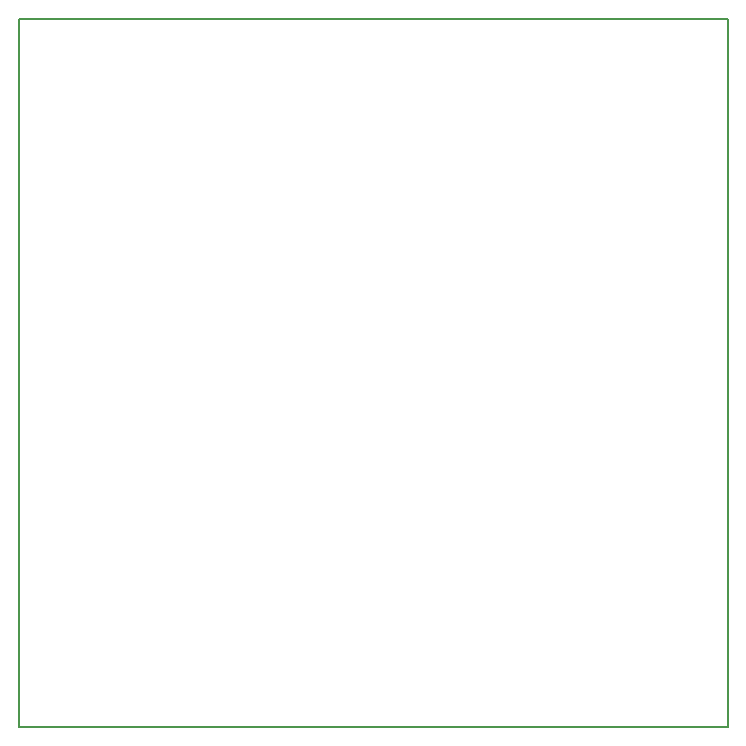
<source format=gm1>
G04 #@! TF.GenerationSoftware,KiCad,Pcbnew,7.0.2*
G04 #@! TF.CreationDate,2023-05-04T11:04:43+02:00*
G04 #@! TF.ProjectId,Macropad,4d616372-6f70-4616-942e-6b696361645f,rev?*
G04 #@! TF.SameCoordinates,Original*
G04 #@! TF.FileFunction,Profile,NP*
%FSLAX46Y46*%
G04 Gerber Fmt 4.6, Leading zero omitted, Abs format (unit mm)*
G04 Created by KiCad (PCBNEW 7.0.2) date 2023-05-04 11:04:43*
%MOMM*%
%LPD*%
G01*
G04 APERTURE LIST*
G04 #@! TA.AperFunction,Profile*
%ADD10C,0.200000*%
G04 #@! TD*
G04 APERTURE END LIST*
D10*
X41000000Y-33020000D02*
X101000000Y-33020000D01*
X101000000Y-93000000D01*
X41000000Y-93000000D01*
X41000000Y-33020000D01*
M02*

</source>
